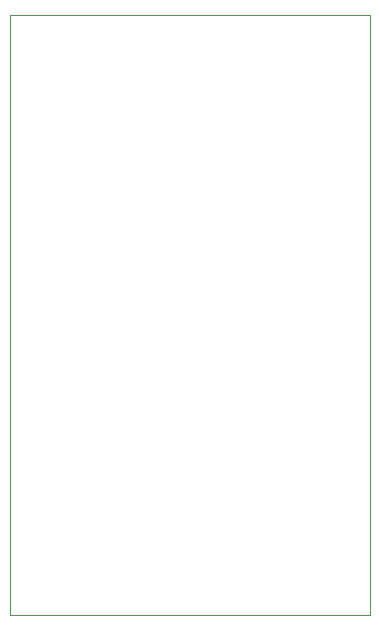
<source format=gbr>
%TF.GenerationSoftware,KiCad,Pcbnew,7.0.8*%
%TF.CreationDate,2023-10-01T20:09:57-07:00*%
%TF.ProjectId,jtag-breakout,6a746167-2d62-4726-9561-6b6f75742e6b,rev?*%
%TF.SameCoordinates,Original*%
%TF.FileFunction,Profile,NP*%
%FSLAX46Y46*%
G04 Gerber Fmt 4.6, Leading zero omitted, Abs format (unit mm)*
G04 Created by KiCad (PCBNEW 7.0.8) date 2023-10-01 20:09:57*
%MOMM*%
%LPD*%
G01*
G04 APERTURE LIST*
%TA.AperFunction,Profile*%
%ADD10C,0.100000*%
%TD*%
G04 APERTURE END LIST*
D10*
X109220000Y-59690000D02*
X139700000Y-59690000D01*
X139700000Y-110490000D01*
X109220000Y-110490000D01*
X109220000Y-59690000D01*
M02*

</source>
